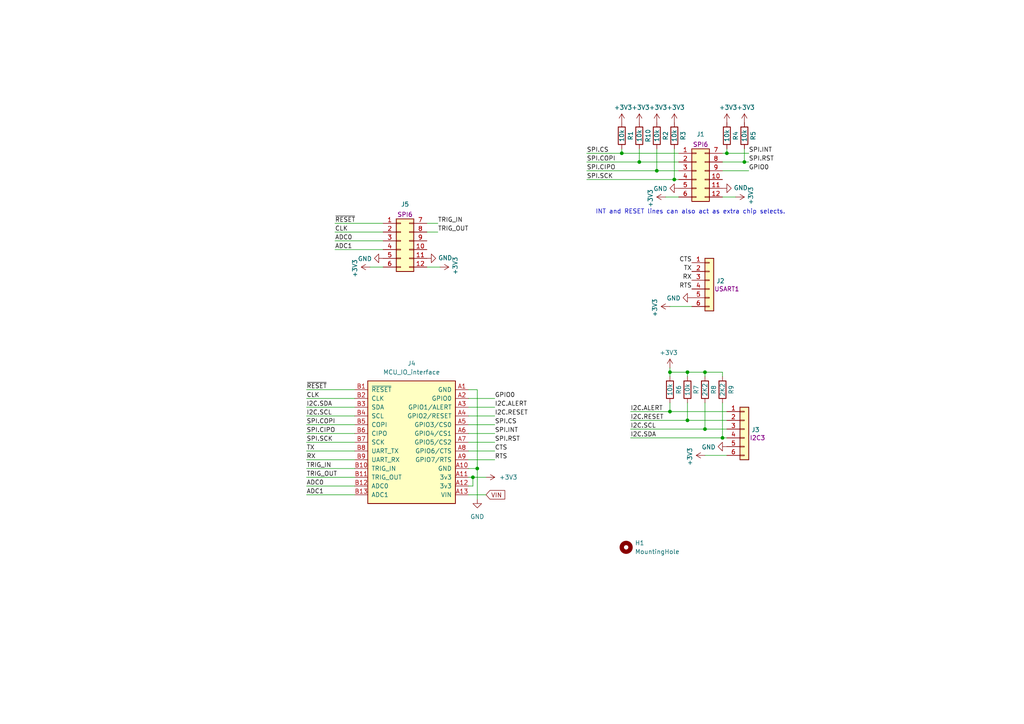
<source format=kicad_sch>
(kicad_sch (version 20250114) (generator "eeschema") (generator_version "9.0")
  (paper "A4")
  (lib_symbols
    (symbol "Mechanical:MountingHole" (pin_names (offset 1.016)) (in_bom no)
      (property "Reference" "H" (at 0 5.08 0))
      (property "Value" "MountingHole" (at 0 3.175 0))
      (symbol "MountingHole_0_1"
        (circle (center 0 0) (radius 1.27) (stroke (width 1.27)))
      )
    )
    (symbol "capable_library:MCU_IO_interface" (pin_names (offset 1.016))
      (property "Reference" "J?" (at -10.922 24.638 0))
      (property "Value" "MCU_IO_interface" (at 3.048 24.384 0))
      (symbol "MCU_IO_interface_1_1"
        (rectangle (start 12.7 -12.7) (end -12.7 22.86) (stroke (width 0.254)) (fill (type background)))
        (pin passive line (at -16.51 20.32 0) (length 3.81) (name "~{RESET}") (number "B1"))
        (pin passive line (at -16.51 17.78 0) (length 3.81) (name "CLK") (number "B2"))
        (pin passive line (at -16.51 15.24 0) (length 3.81) (name "SDA") (number "B3"))
        (pin passive line (at -16.51 12.7 0) (length 3.81) (name "SCL") (number "B4"))
        (pin passive line (at -16.51 10.16 0) (length 3.81) (name "COPI") (number "B5"))
        (pin passive line (at -16.51 7.62 0) (length 3.81) (name "CIPO") (number "B6"))
        (pin passive line (at -16.51 5.08 0) (length 3.81) (name "SCK") (number "B7"))
        (pin passive line (at -16.51 2.54 0) (length 3.81) (name "UART_TX") (number "B8"))
        (pin passive line (at -16.51 0 0) (length 3.81) (name "UART_RX") (number "B9"))
        (pin passive line (at -16.51 -2.54 0) (length 3.81) (name "TRIG_IN") (number "B10"))
        (pin passive line (at -16.51 -5.08 0) (length 3.81) (name "TRIG_OUT") (number "B11"))
        (pin passive line (at -16.51 -7.62 0) (length 3.81) (name "ADC0") (number "B12"))
        (pin passive line (at -16.51 -10.16 0) (length 3.81) (name "ADC1") (number "B13"))
        (pin passive line (at 16.51 20.32 180) (length 3.81) (name "GND") (number "A1"))
        (pin passive line (at 16.51 17.78 180) (length 3.81) (name "GPIO0") (number "A2"))
        (pin passive line (at 16.51 15.24 180) (length 3.81) (name "GPIO1/ALERT") (number "A3"))
        (pin passive line (at 16.51 12.7 180) (length 3.81) (name "GPIO2/RESET") (number "A4"))
        (pin passive line (at 16.51 10.16 180) (length 3.81) (name "GPIO3/CS0") (number "A5"))
        (pin passive line (at 16.51 7.62 180) (length 3.81) (name "GPIO4/CS1") (number "A6"))
        (pin passive line (at 16.51 5.08 180) (length 3.81) (name "GPIO5/CS2") (number "A7"))
        (pin passive line (at 16.51 2.54 180) (length 3.81) (name "GPIO6/CTS") (number "A8"))
        (pin passive line (at 16.51 0 180) (length 3.81) (name "GPIO7/RTS") (number "A9"))
        (pin passive line (at 16.51 -2.54 180) (length 3.81) (name "GND") (number "A10"))
        (pin passive line (at 16.51 -5.08 180) (length 3.81) (name "3v3") (number "A11"))
        (pin passive line (at 16.51 -7.62 180) (length 3.81) (name "3v3") (number "A12"))
        (pin passive line (at 16.51 -10.16 180) (length 3.81) (name "VIN") (number "A13"))
      )
    )
    (symbol "gimletlet-rescue:+3V3-power" (power) (pin_names (offset 0))
      (property "Value" "+3V3-power" (at 0 3.556 0))
      (symbol "+3V3-power_0_1"
        (polyline (pts (xy -0.762 1.27) (xy 0 2.54)))
        (polyline (pts (xy 0 2.54) (xy 0.762 1.27)))
        (polyline (pts (xy 0 0) (xy 0 2.54)))
      )
      (symbol "+3V3-power_1_1"
        (pin power_in line (at 0 0 90) (length 0) (hide yes) (name "+3V3") (number "1"))
      )
    )
    (symbol "gimletlet-rescue:Conn_01x06-Connector_Generic" (pin_names (offset 1.016) (hide yes))
      (property "Reference" "J" (at 0 7.62 0))
      (property "Value" "Connector_Generic_Conn_01x06" (at 0 -10.16 0))
      (symbol "Conn_01x06-Connector_Generic_1_1"
        (rectangle (start -1.27 6.35) (end 1.27 -8.89) (stroke (width 0.254)) (fill (type background)))
        (rectangle (start -1.27 5.207) (end 0 4.953) (stroke (width 0.1524)))
        (rectangle (start -1.27 2.667) (end 0 2.413) (stroke (width 0.1524)))
        (rectangle (start -1.27 0.127) (end 0 -0.127) (stroke (width 0.1524)))
        (rectangle (start -1.27 -2.413) (end 0 -2.667) (stroke (width 0.1524)))
        (rectangle (start -1.27 -4.953) (end 0 -5.207) (stroke (width 0.1524)))
        (rectangle (start -1.27 -7.493) (end 0 -7.747) (stroke (width 0.1524)))
        (pin passive line (at -5.08 5.08 0) (length 3.81) (name "Pin_1") (number "1"))
        (pin passive line (at -5.08 2.54 0) (length 3.81) (name "Pin_2") (number "2"))
        (pin passive line (at -5.08 0 0) (length 3.81) (name "Pin_3") (number "3"))
        (pin passive line (at -5.08 -2.54 0) (length 3.81) (name "Pin_4") (number "4"))
        (pin passive line (at -5.08 -5.08 0) (length 3.81) (name "Pin_5") (number "5"))
        (pin passive line (at -5.08 -7.62 0) (length 3.81) (name "Pin_6") (number "6"))
      )
    )
    (symbol "gimletlet-rescue:Conn_02x06_Top_Bottom-Connector_Generic" (pin_names (offset 1.016) (hide yes))
      (property "Reference" "J" (at 1.27 7.62 0))
      (property "Value" "Connector_Generic_Conn_02x06_Top_Bottom" (at 1.27 -10.16 0))
      (symbol "Conn_02x06_Top_Bottom-Connector_Generic_1_1"
        (rectangle (start -1.27 6.35) (end 3.81 -8.89) (stroke (width 0.254)) (fill (type background)))
        (rectangle (start -1.27 5.207) (end 0 4.953) (stroke (width 0.1524)))
        (rectangle (start -1.27 2.667) (end 0 2.413) (stroke (width 0.1524)))
        (rectangle (start -1.27 0.127) (end 0 -0.127) (stroke (width 0.1524)))
        (rectangle (start -1.27 -2.413) (end 0 -2.667) (stroke (width 0.1524)))
        (rectangle (start -1.27 -4.953) (end 0 -5.207) (stroke (width 0.1524)))
        (rectangle (start -1.27 -7.493) (end 0 -7.747) (stroke (width 0.1524)))
        (rectangle (start 3.81 5.207) (end 2.54 4.953) (stroke (width 0.1524)))
        (rectangle (start 3.81 2.667) (end 2.54 2.413) (stroke (width 0.1524)))
        (rectangle (start 3.81 0.127) (end 2.54 -0.127) (stroke (width 0.1524)))
        (rectangle (start 3.81 -2.413) (end 2.54 -2.667) (stroke (width 0.1524)))
        (rectangle (start 3.81 -4.953) (end 2.54 -5.207) (stroke (width 0.1524)))
        (rectangle (start 3.81 -7.493) (end 2.54 -7.747) (stroke (width 0.1524)))
        (pin passive line (at -5.08 5.08 0) (length 3.81) (name "Pin_1") (number "1"))
        (pin passive line (at -5.08 2.54 0) (length 3.81) (name "Pin_2") (number "2"))
        (pin passive line (at -5.08 0 0) (length 3.81) (name "Pin_3") (number "3"))
        (pin passive line (at -5.08 -2.54 0) (length 3.81) (name "Pin_4") (number "4"))
        (pin passive line (at -5.08 -5.08 0) (length 3.81) (name "Pin_5") (number "5"))
        (pin passive line (at -5.08 -7.62 0) (length 3.81) (name "Pin_6") (number "6"))
        (pin passive line (at 7.62 5.08 180) (length 3.81) (name "Pin_7") (number "7"))
        (pin passive line (at 7.62 2.54 180) (length 3.81) (name "Pin_8") (number "8"))
        (pin passive line (at 7.62 0 180) (length 3.81) (name "Pin_9") (number "9"))
        (pin passive line (at 7.62 -2.54 180) (length 3.81) (name "Pin_10") (number "10"))
        (pin passive line (at 7.62 -5.08 180) (length 3.81) (name "Pin_11") (number "11"))
        (pin passive line (at 7.62 -7.62 180) (length 3.81) (name "Pin_12") (number "12"))
      )
    )
    (symbol "gimletlet-rescue:GND-power" (power) (pin_names (offset 0))
      (property "Value" "GND-power" (at 0 -3.81 0))
      (symbol "GND-power_0_1"
        (polyline (pts (xy 0 0) (xy 0 -1.27) (xy 1.27 -1.27) (xy 0 -2.54) (xy -1.27 -1.27) (xy 0 -1.27)))
      )
      (symbol "GND-power_1_1"
        (pin power_in line (at 0 0 270) (length 0) (hide yes) (name "GND") (number "1"))
      )
    )
    (symbol "gimletlet-rescue:R-Device" (pin_numbers (hide yes)) (pin_names (offset 0))
      (property "Reference" "R" (at 2.032 0 90))
      (property "Value" "Device_R" (at 0 0 90))
      (symbol "R-Device_0_1"
        (rectangle (start -1.016 -2.54) (end 1.016 2.54) (stroke (width 0.254)))
      )
      (symbol "R-Device_1_1"
        (pin passive line (at 0 3.81 270) (length 1.27) (name "~") (number "1"))
        (pin passive line (at 0 -3.81 90) (length 1.27) (name "~") (number "2"))
      )
    )
    (symbol "power:+3V3" (power) (pin_numbers (hide yes)) (pin_names (offset 0) (hide yes))
      (property "Value" "+3V3" (at 0 3.556 0))
      (symbol "+3V3_0_1"
        (polyline (pts (xy -0.762 1.27) (xy 0 2.54)))
        (polyline (pts (xy 0 2.54) (xy 0.762 1.27)))
        (polyline (pts (xy 0 0) (xy 0 2.54)))
      )
      (symbol "+3V3_1_1"
        (pin power_in line (at 0 0 90) (length 0) (name "~") (number "1"))
      )
    )
    (symbol "power:GND" (power) (pin_numbers (hide yes)) (pin_names (offset 0) (hide yes))
      (property "Value" "GND" (at 0 -3.81 0))
      (symbol "GND_0_1"
        (polyline (pts (xy 0 0) (xy 0 -1.27) (xy 1.27 -1.27) (xy 0 -2.54) (xy -1.27 -1.27) (xy 0 -1.27)))
      )
      (symbol "GND_1_1"
        (pin power_in line (at 0 0 270) (length 0) (name "~") (number "1"))
      )
    )
  )
  (text "INT and RESET lines can also act as extra chip selects." (at 172.72 62.23 0) (effects (font (size 1.27 1.27)) (justify left bottom)))
  (junction (at 195.58 52.07))
  (junction (at 194.31 107.95))
  (junction (at 180.34 44.45))
  (junction (at 210.82 44.45))
  (junction (at 199.39 107.95))
  (junction (at 215.9 46.99))
  (junction (at 190.5 49.53))
  (junction (at 138.43 135.89))
  (junction (at 199.39 121.92))
  (junction (at 185.42 46.99))
  (junction (at 194.31 119.38))
  (junction (at 204.47 107.95))
  (junction (at 137.16 138.43))
  (junction (at 204.47 124.46))
  (junction (at 209.55 127))
  (wire (pts (xy 180.34 43.18) (xy 180.34 44.45)))
  (wire (pts (xy 204.47 124.46) (xy 210.82 124.46)))
  (wire (pts (xy 97.155 64.77) (xy 111.125 64.77)))
  (wire (pts (xy 135.89 128.27) (xy 143.51 128.27)))
  (wire (pts (xy 170.18 44.45) (xy 180.34 44.45)))
  (wire (pts (xy 209.55 107.95) (xy 209.55 109.22)))
  (wire (pts (xy 88.9 130.81) (xy 102.87 130.81)))
  (wire (pts (xy 190.5 43.18) (xy 190.5 49.53)))
  (wire (pts (xy 88.9 128.27) (xy 102.87 128.27)))
  (wire (pts (xy 199.39 121.92) (xy 210.82 121.92)))
  (wire (pts (xy 88.9 115.57) (xy 102.87 115.57)))
  (wire (pts (xy 135.89 118.11) (xy 143.51 118.11)))
  (wire (pts (xy 123.825 67.31) (xy 127 67.31)))
  (wire (pts (xy 194.31 107.95) (xy 194.31 109.22)))
  (wire (pts (xy 204.47 107.95) (xy 209.55 107.95)))
  (wire (pts (xy 209.55 49.53) (xy 217.17 49.53)))
  (wire (pts (xy 88.9 138.43) (xy 102.87 138.43)))
  (wire (pts (xy 204.47 132.08) (xy 210.82 132.08)))
  (wire (pts (xy 135.89 125.73) (xy 143.51 125.73)))
  (wire (pts (xy 182.88 119.38) (xy 194.31 119.38)))
  (wire (pts (xy 209.55 127) (xy 210.82 127)))
  (wire (pts (xy 107.315 77.47) (xy 111.125 77.47)))
  (wire (pts (xy 213.36 57.15) (xy 209.55 57.15)))
  (wire (pts (xy 88.9 113.03) (xy 102.87 113.03)))
  (wire (pts (xy 195.58 52.07) (xy 196.85 52.07)))
  (wire (pts (xy 199.39 116.84) (xy 199.39 121.92)))
  (wire (pts (xy 182.88 127) (xy 209.55 127)))
  (wire (pts (xy 138.43 135.89) (xy 138.43 144.78)))
  (wire (pts (xy 194.31 116.84) (xy 194.31 119.38)))
  (wire (pts (xy 215.9 43.18) (xy 215.9 46.99)))
  (wire (pts (xy 135.89 138.43) (xy 137.16 138.43)))
  (wire (pts (xy 194.31 106.68) (xy 194.31 107.95)))
  (wire (pts (xy 204.47 116.84) (xy 204.47 124.46)))
  (wire (pts (xy 123.825 64.77) (xy 127 64.77)))
  (wire (pts (xy 97.155 72.39) (xy 111.125 72.39)))
  (wire (pts (xy 135.89 133.35) (xy 143.51 133.35)))
  (wire (pts (xy 138.43 135.89) (xy 135.89 135.89)))
  (wire (pts (xy 180.34 44.45) (xy 196.85 44.45)))
  (wire (pts (xy 182.88 124.46) (xy 204.47 124.46)))
  (wire (pts (xy 185.42 46.99) (xy 196.85 46.99)))
  (wire (pts (xy 135.89 130.81) (xy 143.51 130.81)))
  (wire (pts (xy 138.43 113.03) (xy 135.89 113.03)))
  (wire (pts (xy 135.89 123.19) (xy 143.51 123.19)))
  (wire (pts (xy 209.55 44.45) (xy 210.82 44.45)))
  (wire (pts (xy 88.9 143.51) (xy 102.87 143.51)))
  (wire (pts (xy 137.16 138.43) (xy 140.97 138.43)))
  (wire (pts (xy 185.42 43.18) (xy 185.42 46.99)))
  (wire (pts (xy 170.18 46.99) (xy 185.42 46.99)))
  (wire (pts (xy 193.04 57.15) (xy 196.85 57.15)))
  (wire (pts (xy 88.9 118.11) (xy 102.87 118.11)))
  (wire (pts (xy 97.155 67.31) (xy 111.125 67.31)))
  (wire (pts (xy 135.89 120.65) (xy 143.51 120.65)))
  (wire (pts (xy 135.89 115.57) (xy 143.51 115.57)))
  (wire (pts (xy 88.9 120.65) (xy 102.87 120.65)))
  (wire (pts (xy 210.82 119.38) (xy 194.31 119.38)))
  (wire (pts (xy 182.88 121.92) (xy 199.39 121.92)))
  (wire (pts (xy 170.18 52.07) (xy 195.58 52.07)))
  (wire (pts (xy 215.9 46.99) (xy 209.55 46.99)))
  (wire (pts (xy 210.82 44.45) (xy 217.17 44.45)))
  (wire (pts (xy 88.9 133.35) (xy 102.87 133.35)))
  (wire (pts (xy 88.9 123.19) (xy 102.87 123.19)))
  (wire (pts (xy 88.9 125.73) (xy 102.87 125.73)))
  (wire (pts (xy 97.155 69.85) (xy 111.125 69.85)))
  (wire (pts (xy 127.635 77.47) (xy 123.825 77.47)))
  (wire (pts (xy 195.58 43.18) (xy 195.58 52.07)))
  (wire (pts (xy 217.17 46.99) (xy 215.9 46.99)))
  (wire (pts (xy 138.43 135.89) (xy 138.43 113.03)))
  (wire (pts (xy 88.9 135.89) (xy 102.87 135.89)))
  (wire (pts (xy 199.39 107.95) (xy 199.39 109.22)))
  (wire (pts (xy 170.18 49.53) (xy 190.5 49.53)))
  (wire (pts (xy 209.55 116.84) (xy 209.55 127)))
  (wire (pts (xy 199.39 107.95) (xy 204.47 107.95)))
  (wire (pts (xy 137.16 140.97) (xy 135.89 140.97)))
  (wire (pts (xy 137.16 138.43) (xy 137.16 140.97)))
  (wire (pts (xy 210.82 43.18) (xy 210.82 44.45)))
  (wire (pts (xy 88.9 140.97) (xy 102.87 140.97)))
  (wire (pts (xy 194.31 88.9) (xy 200.66 88.9)))
  (wire (pts (xy 194.31 107.95) (xy 199.39 107.95)))
  (wire (pts (xy 190.5 49.53) (xy 196.85 49.53)))
  (wire (pts (xy 135.89 143.51) (xy 140.97 143.51)))
  (wire (pts (xy 204.47 107.95) (xy 204.47 109.22)))
  (label "TRIG_IN" (at 88.9 135.89 0))
  (label "SPI.SCK" (at 170.18 52.07 0))
  (label "SPI.INT" (at 217.17 44.45 0))
  (label "I2C.RESET" (at 143.51 120.65 0))
  (label "I2C.SCL" (at 88.9 120.65 0))
  (label "CLK" (at 97.155 67.31 0))
  (label "I2C.RESET" (at 182.88 121.92 0))
  (label "ADC1" (at 88.9 143.51 0))
  (label "CLK" (at 88.9 115.57 0))
  (label "I2C.SCL" (at 182.88 124.46 0))
  (label "ADC0" (at 97.155 69.85 0))
  (label "SPI.RST" (at 217.17 46.99 0))
  (label "TX" (at 88.9 130.81 0))
  (label "GPIO0" (at 143.51 115.57 0))
  (label "CTS" (at 200.66 76.2 180))
  (label "TRIG_OUT" (at 127 67.31 0))
  (label "SPI.INT" (at 143.51 125.73 0))
  (label "CTS" (at 143.51 130.81 0))
  (label "SPI.SCK" (at 88.9 128.27 0))
  (label "TX" (at 200.66 78.74 180))
  (label "ADC1" (at 97.155 72.39 0))
  (label "SPI.RST" (at 143.51 128.27 0))
  (label "SPI.COPI" (at 88.9 123.19 0))
  (label "RTS" (at 143.51 133.35 0))
  (label "~{RESET}" (at 88.9 113.03 0))
  (label "~{RESET}" (at 97.155 64.77 0))
  (label "SPI.COPI" (at 170.18 46.99 0))
  (label "SPI.CS" (at 170.18 44.45 0))
  (label "I2C.SDA" (at 88.9 118.11 0))
  (label "SPI.CIPO" (at 170.18 49.53 0))
  (label "I2C.ALERT" (at 143.51 118.11 0))
  (label "I2C.ALERT" (at 182.88 119.38 0))
  (label "TRIG_IN" (at 127 64.77 0))
  (label "I2C.SDA" (at 182.88 127 0))
  (label "SPI.CIPO" (at 88.9 125.73 0))
  (label "ADC0" (at 88.9 140.97 0))
  (label "RX" (at 88.9 133.35 0))
  (label "RTS" (at 200.66 83.82 180))
  (label "RX" (at 200.66 81.28 180))
  (label "TRIG_OUT" (at 88.9 138.43 0))
  (label "SPI.CS" (at 143.51 123.19 0))
  (label "GPIO0" (at 217.17 49.53 0))
  (global_label "VIN" (shape input) (at 140.97 143.51 0) (property "Intersheetrefs" "${INTERSHEET_REFS}" (effects (hide yes))))
  (symbol (lib_id "gimletlet-rescue:R-Device") (at 204.47 113.03 180) (unit 1)
    (property "Reference" "R8" (at 207.01 113.03 90))
    (property "Value" "2K2" (at 204.47 113.03 90))
    (property "Footprint" "Resistor_SMD:R_0603_1608Metric" (effects (hide yes)))
  )
  (symbol (lib_id "gimletlet-rescue:R-Device") (at 190.5 39.37 180) (unit 1)
    (property "Reference" "R2" (at 193.04 39.37 90))
    (property "Value" "10k" (at 190.5 39.37 90))
    (property "Footprint" "Resistor_SMD:R_0603_1608Metric" (effects (hide yes)))
    (property "MPN" "CR0603-JW-103ELF" (effects (hide yes)))
    (property "Mfg" "Bourns Inc." (effects (hide yes)))
  )
  (symbol (lib_id "gimletlet-rescue:GND-power") (at 196.85 54.61 270) (unit 1)
    (property "Reference" "#PWR06" (effects (hide yes)))
    (property "Value" "GND" (at 193.5988 54.737 90) (effects (justify right)))
  )
  (symbol (lib_id "power:+3V3") (at 140.97 138.43 270) (unit 1)
    (property "Reference" "#PWR015" (effects (hide yes)))
    (property "Value" "+3V3" (at 144.78 138.4299 90) (effects (justify left)))
    (property "Description" "Power symbol creates a global label with name \"+3V3\"" (effects (hide yes)))
  )
  (symbol (lib_id "Mechanical:MountingHole") (at 181.61 158.75 0) (unit 1) (in_bom no)
    (property "Reference" "H1" (at 184.15 157.4799 0) (effects (justify left)))
    (property "Value" "MountingHole" (at 184.15 160.0199 0) (effects (justify left)))
    (property "Footprint" "MountingHole:MountingHole_2.7mm_M2.5" (effects (hide yes)))
    (property "Description" "Mounting Hole without connection" (effects (hide yes)))
  )
  (symbol (lib_id "gimletlet-rescue:R-Device") (at 199.39 113.03 180) (unit 1)
    (property "Reference" "R7" (at 201.93 113.03 90))
    (property "Value" "10k" (at 199.39 113.03 90))
    (property "Footprint" "Resistor_SMD:R_0603_1608Metric" (effects (hide yes)))
  )
  (symbol (lib_id "gimletlet-rescue:Conn_02x06_Top_Bottom-Connector_Generic") (at 201.93 49.53 0) (unit 1)
    (property "Reference" "J1" (at 203.2 38.9382 0))
    (property "Value" "Conn6x2" (effects (hide yes)))
    (property "Footprint" "PMOD:PMODPinSocket_2x06_P2.54mm_Horizontal" (effects (hide yes)))
    (property "MPN" "PPTC062LJBN-RC" (effects (hide yes)))
    (property "Mfg" "Sullins Connector Solutions" (effects (hide yes)))
    (property "Comment" "SPI6" (at 203.2 41.91 0))
  )
  (symbol (lib_id "gimletlet-rescue:Conn_01x06-Connector_Generic") (at 215.9 124.46 0) (unit 1)
    (property "Reference" "J3" (at 217.932 124.6632 0) (effects (justify left)))
    (property "Value" "Conn6x1" (effects (hide yes)))
    (property "Footprint" "PMOD:PMODPinSocket_1x06_P2.54mm_Vertical" (effects (hide yes)))
    (property "MPN" "FR20206HBNN" (effects (hide yes)))
    (property "Mfg" "Metz Connect USA Inc." (effects (hide yes)))
    (property "Comment" "I2C3" (at 219.71 127 0))
  )
  (symbol (lib_id "gimletlet-rescue:R-Device") (at 209.55 113.03 180) (unit 1)
    (property "Reference" "R9" (at 212.09 113.03 90))
    (property "Value" "2K2" (at 209.55 113.03 90))
    (property "Footprint" "Resistor_SMD:R_0603_1608Metric" (effects (hide yes)))
  )
  (symbol (lib_id "gimletlet-rescue:+3V3-power") (at 215.9 35.56 0) (unit 1)
    (property "Reference" "#PWR05" (effects (hide yes)))
    (property "Value" "+3V3" (at 216.281 31.1658 0))
  )
  (symbol (lib_id "gimletlet-rescue:GND-power") (at 123.825 74.93 90) (unit 1)
    (property "Reference" "#PWR018" (effects (hide yes)))
    (property "Value" "GND" (at 127.0762 74.803 90) (effects (justify right)))
  )
  (symbol (lib_id "gimletlet-rescue:R-Device") (at 185.42 39.37 180) (unit 1)
    (property "Reference" "R10" (at 187.96 39.37 90))
    (property "Value" "10k" (at 185.42 39.37 90))
    (property "Footprint" "Resistor_SMD:R_0603_1608Metric" (effects (hide yes)))
    (property "MPN" "CR0603-JW-103ELF" (effects (hide yes)))
    (property "Mfg" "Bourns Inc." (effects (hide yes)))
  )
  (symbol (lib_id "power:GND") (at 138.43 144.78 0) (unit 1)
    (property "Reference" "#PWR016" (effects (hide yes)))
    (property "Value" "GND" (at 138.43 149.86 0))
    (property "Description" "Power symbol creates a global label with name \"GND\" , ground" (effects (hide yes)))
  )
  (symbol (lib_id "gimletlet-rescue:+3V3-power") (at 180.34 35.56 0) (unit 1)
    (property "Reference" "#PWR01" (effects (hide yes)))
    (property "Value" "+3V3" (at 180.721 31.1658 0))
  )
  (symbol (lib_id "gimletlet-rescue:R-Device") (at 180.34 39.37 180) (unit 1)
    (property "Reference" "R1" (at 182.88 39.37 90))
    (property "Value" "10k" (at 180.34 39.37 90))
    (property "Footprint" "Resistor_SMD:R_0603_1608Metric" (effects (hide yes)))
    (property "MPN" "CR0603-JW-103ELF" (effects (hide yes)))
    (property "Mfg" "Bourns Inc." (effects (hide yes)))
  )
  (symbol (lib_id "capable_library:MCU_IO_interface") (at 119.38 133.35 0) (unit 1)
    (property "Reference" "J4" (at 119.38 105.41 0))
    (property "Value" "MCU_IO_interface" (at 119.38 107.95 0))
    (property "Footprint" "M55:M55-6002642R" (effects (hide yes)))
    (property "Description" "Generic connector, double row, 02x18, row letter first pin numbering scheme (pin number consists of a letter for the row and a number for the pin index in this row. a1, ..., aN; b1, ..., bN), script generated (kicad-library-utils/schlib/autogen/connector/)" (effects (hide yes)))
  )
  (symbol (lib_id "gimletlet-rescue:+3V3-power") (at 194.31 106.68 0) (mirror y) (unit 1)
    (property "Reference" "#PWR012" (effects (hide yes)))
    (property "Value" "+3V3" (at 193.929 102.2858 0))
  )
  (symbol (lib_id "gimletlet-rescue:+3V3-power") (at 195.58 35.56 0) (unit 1)
    (property "Reference" "#PWR03" (effects (hide yes)))
    (property "Value" "+3V3" (at 195.961 31.1658 0))
  )
  (symbol (lib_id "gimletlet-rescue:+3V3-power") (at 127.635 77.47 270) (mirror x) (unit 1)
    (property "Reference" "#PWR019" (effects (hide yes)))
    (property "Value" "+3V3" (at 132.0292 77.089 0))
  )
  (symbol (lib_id "gimletlet-rescue:Conn_02x06_Top_Bottom-Connector_Generic") (at 116.205 69.85 0) (unit 1)
    (property "Reference" "J5" (at 117.475 59.2582 0))
    (property "Value" "Conn6x2" (effects (hide yes)))
    (property "Footprint" "PMOD:PMODPinSocket_2x06_P2.54mm_Vertical" (effects (hide yes)))
    (property "MPN" "PPTC062LJBN-RC" (effects (hide yes)))
    (property "Mfg" "Sullins Connector Solutions" (effects (hide yes)))
    (property "Comment" "SPI6" (at 117.475 62.23 0))
  )
  (symbol (lib_id "gimletlet-rescue:+3V3-power") (at 194.31 88.9 90) (mirror x) (unit 1)
    (property "Reference" "#PWR011" (effects (hide yes)))
    (property "Value" "+3V3" (at 189.9158 89.281 0))
  )
  (symbol (lib_id "gimletlet-rescue:R-Device") (at 195.58 39.37 180) (unit 1)
    (property "Reference" "R3" (at 198.12 39.37 90))
    (property "Value" "10k" (at 195.58 39.37 90))
    (property "Footprint" "Resistor_SMD:R_0603_1608Metric" (effects (hide yes)))
    (property "MPN" "CR0603-JW-103ELF" (effects (hide yes)))
    (property "Mfg" "Bourns Inc." (effects (hide yes)))
  )
  (symbol (lib_id "gimletlet-rescue:+3V3-power") (at 213.36 57.15 270) (mirror x) (unit 1)
    (property "Reference" "#PWR09" (effects (hide yes)))
    (property "Value" "+3V3" (at 217.7542 56.769 0))
  )
  (symbol (lib_id "gimletlet-rescue:GND-power") (at 200.66 86.36 270) (unit 1)
    (property "Reference" "#PWR010" (effects (hide yes)))
    (property "Value" "GND" (at 197.4088 86.487 90) (effects (justify right)))
  )
  (symbol (lib_id "gimletlet-rescue:GND-power") (at 210.82 129.54 270) (unit 1)
    (property "Reference" "#PWR013" (effects (hide yes)))
    (property "Value" "GND" (at 207.5688 129.667 90) (effects (justify right)))
  )
  (symbol (lib_id "gimletlet-rescue:R-Device") (at 210.82 39.37 180) (unit 1)
    (property "Reference" "R4" (at 213.36 39.37 90))
    (property "Value" "10k" (at 210.82 39.37 90))
    (property "Footprint" "Resistor_SMD:R_0603_1608Metric" (effects (hide yes)))
    (property "MPN" "CR0603-JW-103ELF" (effects (hide yes)))
    (property "Mfg" "Bourns Inc." (effects (hide yes)))
  )
  (symbol (lib_id "gimletlet-rescue:+3V3-power") (at 193.04 57.15 90) (mirror x) (unit 1)
    (property "Reference" "#PWR08" (effects (hide yes)))
    (property "Value" "+3V3" (at 188.6458 57.531 0))
  )
  (symbol (lib_id "gimletlet-rescue:+3V3-power") (at 210.82 35.56 0) (unit 1)
    (property "Reference" "#PWR04" (effects (hide yes)))
    (property "Value" "+3V3" (at 211.201 31.1658 0))
  )
  (symbol (lib_id "gimletlet-rescue:Conn_01x06-Connector_Generic") (at 205.74 81.28 0) (unit 1)
    (property "Reference" "J2" (at 207.772 81.4832 0) (effects (justify left)))
    (property "Value" "Conn6x1" (effects (hide yes)))
    (property "Footprint" "PMOD:PMODPinSocket_1x06_P2.54mm_Vertical" (effects (hide yes)))
    (property "MPN" "FR20206HBNN" (effects (hide yes)))
    (property "Mfg" "Metz Connect USA Inc." (effects (hide yes)))
    (property "Comment" "USART1" (at 210.82 83.82 0))
  )
  (symbol (lib_id "gimletlet-rescue:+3V3-power") (at 190.5 35.56 0) (unit 1)
    (property "Reference" "#PWR02" (effects (hide yes)))
    (property "Value" "+3V3" (at 190.881 31.1658 0))
  )
  (symbol (lib_id "gimletlet-rescue:GND-power") (at 209.55 54.61 90) (unit 1)
    (property "Reference" "#PWR07" (effects (hide yes)))
    (property "Value" "GND" (at 212.8012 54.483 90) (effects (justify right)))
  )
  (symbol (lib_id "gimletlet-rescue:GND-power") (at 111.125 74.93 270) (unit 1)
    (property "Reference" "#PWR020" (effects (hide yes)))
    (property "Value" "GND" (at 107.8738 75.057 90) (effects (justify right)))
  )
  (symbol (lib_id "gimletlet-rescue:+3V3-power") (at 107.315 77.47 90) (mirror x) (unit 1)
    (property "Reference" "#PWR021" (effects (hide yes)))
    (property "Value" "+3V3" (at 102.9208 77.851 0))
  )
  (symbol (lib_id "gimletlet-rescue:+3V3-power") (at 185.42 35.56 0) (unit 1)
    (property "Reference" "#PWR017" (effects (hide yes)))
    (property "Value" "+3V3" (at 185.801 31.1658 0))
  )
  (symbol (lib_id "gimletlet-rescue:R-Device") (at 194.31 113.03 180) (unit 1)
    (property "Reference" "R6" (at 196.85 113.03 90))
    (property "Value" "10k" (at 194.31 113.03 90))
    (property "Footprint" "Resistor_SMD:R_0603_1608Metric" (effects (hide yes)))
  )
  (symbol (lib_id "gimletlet-rescue:R-Device") (at 215.9 39.37 180) (unit 1)
    (property "Reference" "R5" (at 218.44 39.37 90))
    (property "Value" "10k" (at 215.9 39.37 90))
    (property "Footprint" "Resistor_SMD:R_0603_1608Metric" (effects (hide yes)))
    (property "MPN" "CR0603-JW-103ELF" (effects (hide yes)))
    (property "Mfg" "Bourns Inc." (effects (hide yes)))
  )
  (symbol (lib_id "gimletlet-rescue:+3V3-power") (at 204.47 132.08 90) (mirror x) (unit 1)
    (property "Reference" "#PWR014" (effects (hide yes)))
    (property "Value" "+3V3" (at 200.0758 132.461 0))
  )
)
</source>
